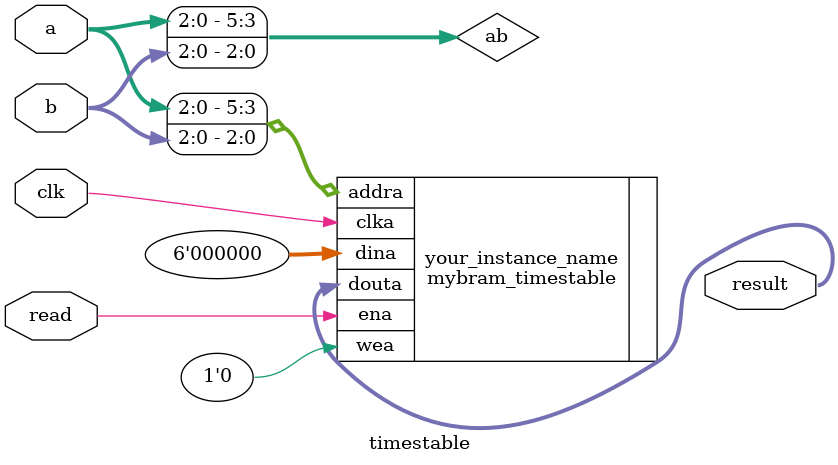
<source format=v>
`timescale 1ns / 100ps

module timestable(
	input clk,
	input [2:0] a,
	input [2:0] b,	
	input read,
	output [5:0] result
	);

	wire [5:0] ab;
	assign ab = {a[2:0],b[2:0]};

	mybram_timestable your_instance_name (
	.clka(clk),
	.ena(read),	
	.wea(1'b0),      
	.addra(ab),
	.dina(6'h0),
	.douta(result) 
	);

endmodule


</source>
